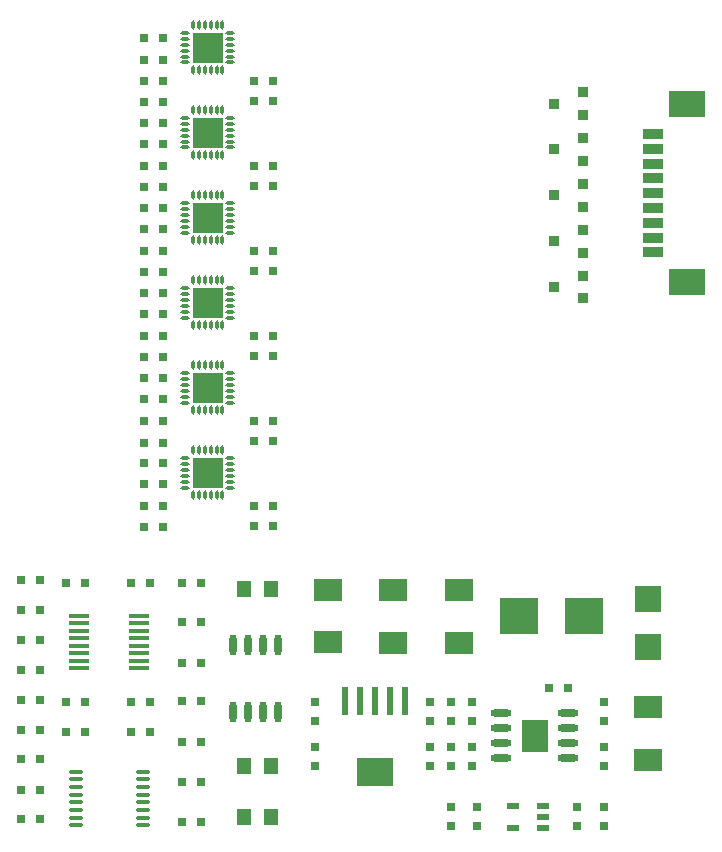
<source format=gbr>
G04*
G04 #@! TF.GenerationSoftware,Altium Limited,Altium Designer,24.1.2 (44)*
G04*
G04 Layer_Color=8421504*
%FSLAX44Y44*%
%MOMM*%
G71*
G04*
G04 #@! TF.SameCoordinates,5BE5AD36-3FF4-4A78-A3BF-1A6130355080*
G04*
G04*
G04 #@! TF.FilePolarity,Positive*
G04*
G01*
G75*
%ADD22R,0.7000X0.8000*%
%ADD23R,1.2696X1.3462*%
%ADD24O,0.6000X1.8000*%
%ADD25R,0.8000X0.7000*%
%ADD26R,1.0000X0.6000*%
%ADD27R,2.3622X1.8796*%
%ADD28R,0.9500X0.9000*%
%ADD29R,2.3000X2.2860*%
%ADD30R,1.7018X0.8128*%
%ADD31R,3.0988X2.2098*%
G04:AMPARAMS|DCode=32|XSize=0.2746mm|YSize=0.8048mm|CornerRadius=0.1373mm|HoleSize=0mm|Usage=FLASHONLY|Rotation=90.000|XOffset=0mm|YOffset=0mm|HoleType=Round|Shape=RoundedRectangle|*
%AMROUNDEDRECTD32*
21,1,0.2746,0.5302,0,0,90.0*
21,1,0.0000,0.8048,0,0,90.0*
1,1,0.2746,0.2651,0.0000*
1,1,0.2746,0.2651,0.0000*
1,1,0.2746,-0.2651,0.0000*
1,1,0.2746,-0.2651,0.0000*
%
%ADD32ROUNDEDRECTD32*%
%ADD33R,3.3000X3.1500*%
%ADD34O,1.8000X0.6000*%
%ADD35R,2.3000X2.8000*%
%ADD36R,3.1725X2.3455*%
%ADD37R,0.6325X2.3455*%
%ADD38O,1.3000X0.3500*%
%ADD39R,1.8000X0.4000*%
%ADD40R,2.5000X2.5000*%
G04:AMPARAMS|DCode=41|XSize=0.2746mm|YSize=0.8048mm|CornerRadius=0.1373mm|HoleSize=0mm|Usage=FLASHONLY|Rotation=180.000|XOffset=0mm|YOffset=0mm|HoleType=Round|Shape=RoundedRectangle|*
%AMROUNDEDRECTD41*
21,1,0.2746,0.5302,0,0,180.0*
21,1,0.0000,0.8048,0,0,180.0*
1,1,0.2746,0.0000,0.2651*
1,1,0.2746,0.0000,0.2651*
1,1,0.2746,0.0000,-0.2651*
1,1,0.2746,0.0000,-0.2651*
%
%ADD41ROUNDEDRECTD41*%
G36*
X386600Y414750D02*
X375350D01*
Y426000D01*
X386600D01*
Y414750D01*
D02*
G37*
G36*
X373350D02*
X362100D01*
Y426000D01*
X373350D01*
Y414750D01*
D02*
G37*
G36*
X386600Y356000D02*
X375350D01*
Y367250D01*
X386600D01*
Y356000D01*
D02*
G37*
G36*
X373350D02*
X362100D01*
Y367250D01*
X373350D01*
Y356000D01*
D02*
G37*
G36*
X386600Y342750D02*
X375350D01*
Y354000D01*
X386600D01*
Y342750D01*
D02*
G37*
G36*
X373350D02*
X362100D01*
Y354000D01*
X373350D01*
Y342750D01*
D02*
G37*
G36*
X386600Y500000D02*
X375350D01*
Y511250D01*
X386600D01*
Y500000D01*
D02*
G37*
G36*
X373350D02*
X362100D01*
Y511250D01*
X373350D01*
Y500000D01*
D02*
G37*
G36*
X386600Y486750D02*
X375350D01*
Y498000D01*
X386600D01*
Y486750D01*
D02*
G37*
G36*
X373350D02*
X362100D01*
Y498000D01*
X373350D01*
Y486750D01*
D02*
G37*
G36*
X386600Y428000D02*
X375350D01*
Y439250D01*
X386600D01*
Y428000D01*
D02*
G37*
G36*
X373350D02*
X362100D01*
Y439250D01*
X373350D01*
Y428000D01*
D02*
G37*
G36*
X373350Y630750D02*
X362100Y630750D01*
X362100Y642000D01*
X373350D01*
Y630750D01*
D02*
G37*
G36*
X386600Y630750D02*
X375350Y630750D01*
Y642000D01*
X386600D01*
X386600Y630750D01*
D02*
G37*
G36*
Y572000D02*
X375350D01*
Y583250D01*
X386600D01*
Y572000D01*
D02*
G37*
G36*
X373350D02*
X362100D01*
Y583250D01*
X373350D01*
Y572000D01*
D02*
G37*
G36*
X386600Y558750D02*
X375350D01*
Y570000D01*
X386600D01*
Y558750D01*
D02*
G37*
G36*
X373350D02*
X362100D01*
Y570000D01*
X373350D01*
Y558750D01*
D02*
G37*
G36*
X386600Y716000D02*
X375350D01*
Y727250D01*
X386600D01*
Y716000D01*
D02*
G37*
G36*
X373350D02*
X362100D01*
Y727250D01*
X373350D01*
Y716000D01*
D02*
G37*
G36*
X386600Y702750D02*
X375350D01*
Y714000D01*
X386600D01*
Y702750D01*
D02*
G37*
G36*
X373350D02*
X362100D01*
Y714000D01*
X373350D01*
Y702750D01*
D02*
G37*
G36*
Y655250D02*
Y644000D01*
X362100D01*
X362100Y655250D01*
X373350Y655250D01*
D02*
G37*
G36*
X386600Y644000D02*
X375350D01*
Y655250D01*
X386600Y655250D01*
X386600Y644000D01*
D02*
G37*
D22*
X232548Y263917D02*
D03*
X216548D02*
D03*
X320459Y723083D02*
D03*
X336459D02*
D03*
X336457Y704950D02*
D03*
X320457D02*
D03*
X320459Y651628D02*
D03*
X336459D02*
D03*
X336457Y633672D02*
D03*
X320457D02*
D03*
X320459Y579628D02*
D03*
X336459D02*
D03*
X336457Y561672D02*
D03*
X320457D02*
D03*
X320459Y507628D02*
D03*
X336459D02*
D03*
X336457Y489672D02*
D03*
X320457D02*
D03*
X320459Y435628D02*
D03*
X336459D02*
D03*
X336457Y417672D02*
D03*
X320457D02*
D03*
X320459Y363628D02*
D03*
X336459D02*
D03*
X336457Y345671D02*
D03*
X320457D02*
D03*
X320458Y452684D02*
D03*
X336458D02*
D03*
X232548Y136981D02*
D03*
X216548D02*
D03*
Y163088D02*
D03*
X232548D02*
D03*
X216548Y188295D02*
D03*
X232548D02*
D03*
X216548Y213503D02*
D03*
X232548D02*
D03*
X232550Y238710D02*
D03*
X216550D02*
D03*
X216550Y112674D02*
D03*
X232550D02*
D03*
X232549Y86567D02*
D03*
X216549D02*
D03*
X216548Y62260D02*
D03*
X232548D02*
D03*
X309710Y135881D02*
D03*
X325710D02*
D03*
X336458Y309184D02*
D03*
X320458D02*
D03*
X663560Y172720D02*
D03*
X679560D02*
D03*
X270441Y135881D02*
D03*
X254441D02*
D03*
X254442Y261917D02*
D03*
X270442D02*
D03*
X325711D02*
D03*
X309711D02*
D03*
X270442Y161088D02*
D03*
X254442D02*
D03*
X309711D02*
D03*
X325711D02*
D03*
X368679Y229057D02*
D03*
X352679D02*
D03*
X352681Y161539D02*
D03*
X368681D02*
D03*
X352680Y194398D02*
D03*
X368680D02*
D03*
X368680Y261917D02*
D03*
X352680D02*
D03*
X368680Y126879D02*
D03*
X352680D02*
D03*
X368680Y59360D02*
D03*
X352680D02*
D03*
X368680Y93119D02*
D03*
X352680D02*
D03*
X413244Y470816D02*
D03*
X429244D02*
D03*
X413244Y686816D02*
D03*
X429244D02*
D03*
X429242Y669584D02*
D03*
X413242D02*
D03*
X413244Y614816D02*
D03*
X429244D02*
D03*
X429242Y597584D02*
D03*
X413242D02*
D03*
X413244Y542816D02*
D03*
X429244D02*
D03*
X429242Y525584D02*
D03*
X413242D02*
D03*
X429242Y453584D02*
D03*
X413242D02*
D03*
X413244Y398816D02*
D03*
X429244D02*
D03*
X429242Y381584D02*
D03*
X413242D02*
D03*
Y326814D02*
D03*
X429242D02*
D03*
Y309584D02*
D03*
X413242D02*
D03*
X320458Y614816D02*
D03*
X336458D02*
D03*
X320458Y668684D02*
D03*
X336458D02*
D03*
X320458Y542816D02*
D03*
X336458D02*
D03*
X320458Y596684D02*
D03*
X336458D02*
D03*
X320458Y524684D02*
D03*
X336458D02*
D03*
X320458Y380684D02*
D03*
X336458D02*
D03*
Y470816D02*
D03*
X320458D02*
D03*
Y398816D02*
D03*
X336458D02*
D03*
X320460Y326814D02*
D03*
X336460D02*
D03*
X320458Y686816D02*
D03*
X336458D02*
D03*
D23*
X427604Y63559D02*
D03*
X404740D02*
D03*
X427604Y107054D02*
D03*
X404740D02*
D03*
X427604Y256278D02*
D03*
X404740D02*
D03*
D24*
X434072Y208922D02*
D03*
X421372D02*
D03*
X408672D02*
D03*
X395972D02*
D03*
X434072Y152422D02*
D03*
X421372D02*
D03*
X408672D02*
D03*
X395972D02*
D03*
D25*
X709740Y71671D02*
D03*
Y55671D02*
D03*
X580670Y71671D02*
D03*
Y55671D02*
D03*
X687080D02*
D03*
Y71671D02*
D03*
X601970D02*
D03*
Y55671D02*
D03*
X709740Y123053D02*
D03*
Y107053D02*
D03*
X580670Y123054D02*
D03*
Y107054D02*
D03*
X709740Y161169D02*
D03*
Y145169D02*
D03*
X580670Y161170D02*
D03*
Y145170D02*
D03*
X597970Y123054D02*
D03*
Y107054D02*
D03*
Y161170D02*
D03*
Y145170D02*
D03*
X562469Y107054D02*
D03*
Y123054D02*
D03*
X464820Y107054D02*
D03*
Y123054D02*
D03*
Y145169D02*
D03*
Y161169D02*
D03*
X562469Y145169D02*
D03*
Y161169D02*
D03*
D26*
X632410Y54171D02*
D03*
Y73171D02*
D03*
X657910D02*
D03*
Y63671D02*
D03*
Y54171D02*
D03*
D27*
X747061Y156464D02*
D03*
Y111760D02*
D03*
X586740Y211328D02*
D03*
Y256032D02*
D03*
X530860D02*
D03*
Y211328D02*
D03*
X476120Y256151D02*
D03*
Y211447D02*
D03*
D28*
X692484Y521644D02*
D03*
X667484Y512144D02*
D03*
X692484Y502644D02*
D03*
Y560536D02*
D03*
X667484Y551036D02*
D03*
X692484Y541536D02*
D03*
Y599428D02*
D03*
X667484Y589928D02*
D03*
X692484Y580428D02*
D03*
Y638320D02*
D03*
X667484Y628820D02*
D03*
X692484Y619320D02*
D03*
Y658211D02*
D03*
X667484Y667711D02*
D03*
X692484Y677211D02*
D03*
D29*
X747061Y207957D02*
D03*
Y247957D02*
D03*
D30*
X750955Y541752D02*
D03*
Y554252D02*
D03*
Y566752D02*
D03*
Y579252D02*
D03*
Y591752D02*
D03*
Y604252D02*
D03*
Y616752D02*
D03*
Y629252D02*
D03*
Y641752D02*
D03*
D31*
X779955Y667252D02*
D03*
Y516252D02*
D03*
D32*
X393374Y367500D02*
D03*
X355326Y630500D02*
D03*
X355326Y635500D02*
D03*
Y640500D02*
D03*
Y645500D02*
D03*
Y650500D02*
D03*
Y655500D02*
D03*
X393374D02*
D03*
X393374Y650500D02*
D03*
Y645500D02*
D03*
Y640500D02*
D03*
Y635500D02*
D03*
Y630500D02*
D03*
Y702500D02*
D03*
Y707500D02*
D03*
Y712500D02*
D03*
Y717500D02*
D03*
Y722500D02*
D03*
Y727500D02*
D03*
X355326D02*
D03*
Y722500D02*
D03*
Y717500D02*
D03*
Y712500D02*
D03*
Y707500D02*
D03*
Y702500D02*
D03*
X393374Y558500D02*
D03*
Y563500D02*
D03*
Y568500D02*
D03*
Y573500D02*
D03*
Y578500D02*
D03*
Y583500D02*
D03*
X355326D02*
D03*
Y578500D02*
D03*
Y573500D02*
D03*
Y568500D02*
D03*
Y563500D02*
D03*
Y558500D02*
D03*
X393374Y486500D02*
D03*
Y491500D02*
D03*
Y496500D02*
D03*
Y501500D02*
D03*
Y506500D02*
D03*
Y511500D02*
D03*
X355326D02*
D03*
Y506500D02*
D03*
Y501500D02*
D03*
Y496500D02*
D03*
Y491500D02*
D03*
Y486500D02*
D03*
X393374Y414500D02*
D03*
Y419500D02*
D03*
Y424500D02*
D03*
Y429500D02*
D03*
Y434500D02*
D03*
Y439500D02*
D03*
X355326D02*
D03*
Y434500D02*
D03*
Y429500D02*
D03*
Y424500D02*
D03*
Y419500D02*
D03*
Y414500D02*
D03*
X393374Y342500D02*
D03*
Y347500D02*
D03*
Y352500D02*
D03*
Y357500D02*
D03*
Y362500D02*
D03*
X355326Y367500D02*
D03*
Y362500D02*
D03*
Y357500D02*
D03*
Y352500D02*
D03*
Y347500D02*
D03*
Y342500D02*
D03*
D33*
X692980Y233680D02*
D03*
X637980D02*
D03*
D34*
X623060Y151384D02*
D03*
Y138684D02*
D03*
Y125984D02*
D03*
Y113284D02*
D03*
X679560Y151384D02*
D03*
Y138684D02*
D03*
Y125984D02*
D03*
Y113284D02*
D03*
D35*
X651310Y132334D02*
D03*
D36*
X515620Y101977D02*
D03*
D37*
X490220Y162183D02*
D03*
X502920D02*
D03*
X515620D02*
D03*
X528320D02*
D03*
X541020D02*
D03*
D38*
X262426Y102010D02*
D03*
Y95510D02*
D03*
Y89010D02*
D03*
Y82510D02*
D03*
Y76010D02*
D03*
Y69510D02*
D03*
Y63010D02*
D03*
Y56510D02*
D03*
X319426Y102010D02*
D03*
Y95510D02*
D03*
Y89010D02*
D03*
Y82510D02*
D03*
Y76010D02*
D03*
Y69510D02*
D03*
Y63010D02*
D03*
Y56510D02*
D03*
D39*
X316453Y234177D02*
D03*
Y227827D02*
D03*
Y221477D02*
D03*
Y215127D02*
D03*
Y208777D02*
D03*
Y202427D02*
D03*
Y196077D02*
D03*
Y189727D02*
D03*
X265399D02*
D03*
Y196077D02*
D03*
Y202427D02*
D03*
Y208777D02*
D03*
Y215127D02*
D03*
Y221477D02*
D03*
Y227827D02*
D03*
Y234177D02*
D03*
D40*
X374350Y643000D02*
D03*
Y715000D02*
D03*
Y571000D02*
D03*
Y499000D02*
D03*
Y427000D02*
D03*
Y355000D02*
D03*
D41*
X386850Y623976D02*
D03*
X381850Y623976D02*
D03*
X376850D02*
D03*
X371850D02*
D03*
X366850D02*
D03*
X361850D02*
D03*
Y662024D02*
D03*
X366850Y662024D02*
D03*
X371850D02*
D03*
X376850D02*
D03*
X381850D02*
D03*
X386850D02*
D03*
Y734024D02*
D03*
X381850D02*
D03*
X376850D02*
D03*
X371850D02*
D03*
X366850D02*
D03*
X361850D02*
D03*
Y695976D02*
D03*
X366850D02*
D03*
X371850D02*
D03*
X376850D02*
D03*
X381850D02*
D03*
X386850D02*
D03*
Y590024D02*
D03*
X381850D02*
D03*
X376850D02*
D03*
X371850D02*
D03*
X366850D02*
D03*
X361850D02*
D03*
Y551976D02*
D03*
X366850D02*
D03*
X371850D02*
D03*
X376850D02*
D03*
X381850D02*
D03*
X386850D02*
D03*
Y518024D02*
D03*
X381850D02*
D03*
X376850D02*
D03*
X371850D02*
D03*
X366850D02*
D03*
X361850D02*
D03*
Y479976D02*
D03*
X366850D02*
D03*
X371850D02*
D03*
X376850D02*
D03*
X381850D02*
D03*
X386850D02*
D03*
Y446024D02*
D03*
X381850D02*
D03*
X376850D02*
D03*
X371850D02*
D03*
X366850D02*
D03*
X361850D02*
D03*
Y407976D02*
D03*
X366850D02*
D03*
X371850D02*
D03*
X376850D02*
D03*
X381850D02*
D03*
X386850D02*
D03*
Y374024D02*
D03*
X381850D02*
D03*
X376850D02*
D03*
X371850D02*
D03*
X366850D02*
D03*
X361850D02*
D03*
Y335976D02*
D03*
X366850D02*
D03*
X371850D02*
D03*
X376850D02*
D03*
X381850D02*
D03*
X386850D02*
D03*
M02*

</source>
